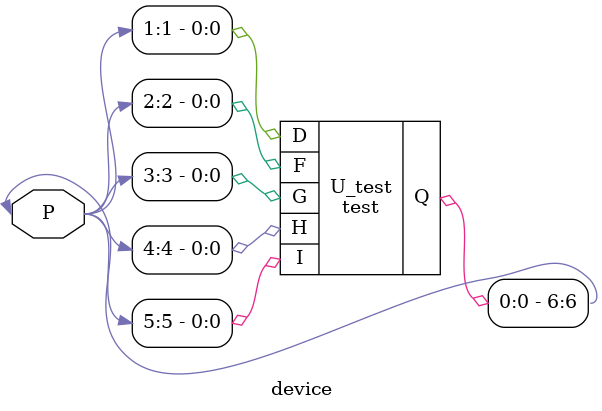
<source format=v>
module test (
 input  D,
 input  F,
 input  G,
 input  H,
 input  I,
 output  Q 
); // End of port list
//-------------Input ports Data Type-------------------
// By rule all the input ports should be wires   
wire D;
//-------------Output Ports Data Type------------------
// Output port can be a storage element (reg) or a wire
wire Q ;

//------------Code Starts Here-------------------------
// Since this counter is a positive edge trigged one,
// We trigger the below block with respect to positive
// edge of the clock.
assign	Q = (^ D) | F | G | H | I;

endmodule // End of Module counter

module device( inout [28:0] P);

test U_test(
	P[1], P[2], P[3], P[4], P[5], P[6]
);
endmodule

</source>
